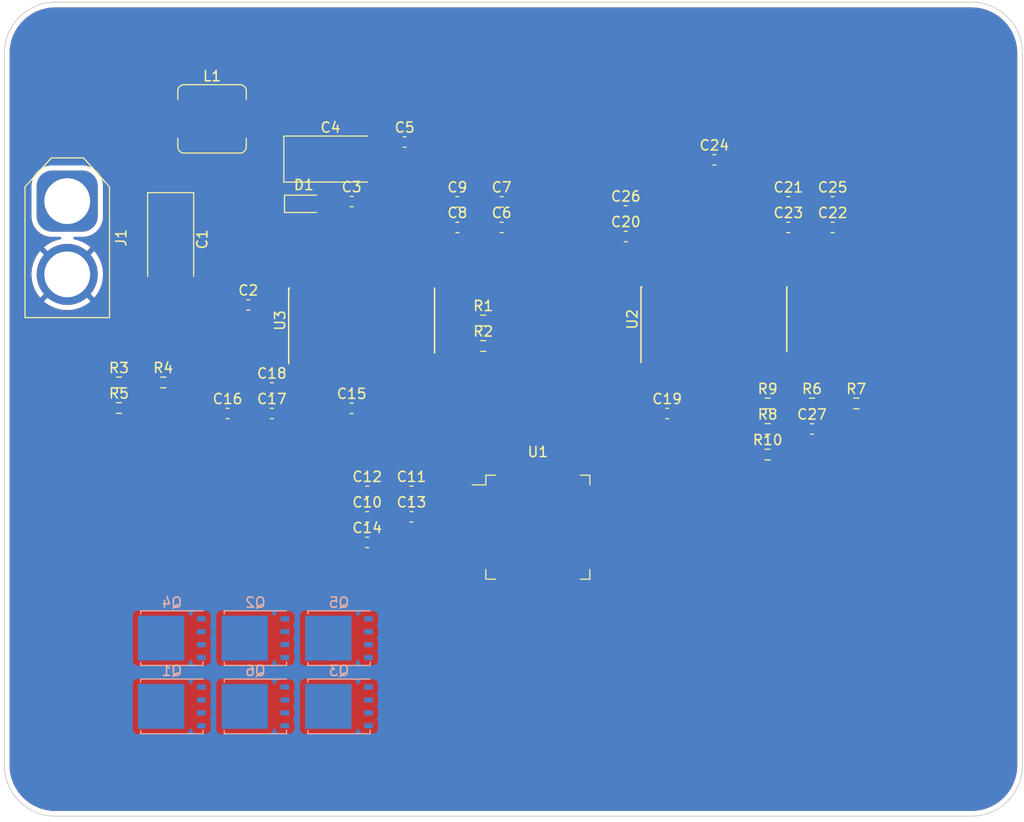
<source format=kicad_pcb>
(kicad_pcb (version 20210424) (generator pcbnew)
  (layers (0 "F.Cu" signal) (31 "B.Cu" signal) (34 "B.Paste" user) (35 "F.Paste" user) (36 "B.SilkS" user "B.Silkscreen") (37 "F.SilkS" user "F.Silkscreen") (38 "B.Mask" user) (39 "F.Mask" user) (44 "Edge.Cuts" user))
  (net 0 "")
  (net 1 "VDD")
  (net 2 "GND")
  (net 3 "Net-(U3-Pad4)")
  (net 4 "Net-(U2-Pad56)")
  (net 5 "Net-(U2-Pad1)")
  (net 6 "Net-(U3-Pad6)")
  (net 7 "Net-(U3-Pad5)")
  (net 8 "/COMP")
  (net 9 "Net-(C19-Pad1)")
  (net 21 "Net-(C19-Pad2)")
  (net 26 "Net-(C24-Pad2)")
  (net 38 "Net-(C25-Pad2)")
  (net 53 "/MOSI")
  (net 68 "/MISO")
  (net 69 "Net-(C26-Pad2)")
  (net 71 "Net-(U2-Pad7)")
  (net 74 "/SCLK")
  (net 75 "Net-(C2-Pad2)")
  (net 76 "Net-(C3-Pad2)")
  (net 77 "Net-(C15-Pad1)")
  (net 79 "Net-(C15-Pad2)")
  (net 80 "Net-(U3-Pad13)")
  (net 81 "Net-(U3-Pad27)")
  (net 89 "Net-(U3-Pad23)")
  (net 90 "/SENSE_REF")
  (net 93 "Net-(U2-Pad4)")
  (net 113 "Net-(U2-Pad6)")
  (net 114 "+3V3")
  (net 116 "Net-(U2-Pad5)")
  (net 125 "Net-(D1-Pad1)")
  (net 126 "Net-(R1-Pad2)")
  (net 150 "Net-(U2-Pad50)")
  (net 153 "Net-(R2-Pad2)")
  (net 154 "/CS0")
  (net 155 "Net-(Q1-Pad1)")
  (net 158 "Net-(Q2-Pad1)")
  (net 161 "Net-(Q3-Pad1)")
  (net 164 "Net-(Q4-Pad1)")
  (net 167 "Net-(Q5-Pad1)")
  (net 170 "Net-(Q6-Pad1)")
  (footprint "Package_SO:HTSSOP-56-1EP_6.1x14mm_P0.5mm_EP3.61x6.35mm" (layer "F.Cu") (at 169.728 81.16 90)
    (fp_text reference "U2" (at 0 -8.05 90) (layer "F.SilkS"))
    (fp_text value "DRV8301DCAR")
    (pad "1" smd rect locked (at -3.75 -6.75 90) (size 1.55 0.3) (layers "F.Cu" "F.Paste" "F.Mask") (net 5 "Net-(U2-Pad1)"))
    (pad "2" smd rect locked (at -3.75 -6.25 90) (size 1.55 0.3) (layers "F.Cu" "F.Paste" "F.Mask"))
    (pad "3" smd rect locked (at -3.75 -5.75 90) (size 1.55 0.3) (layers "F.Cu" "F.Paste" "F.Mask"))
    (pad "4" smd rect locked (at -3.75 -5.25 90) (size 1.55 0.3) (layers "F.Cu" "F.Paste" "F.Mask") (net 93 "Net-(U2-Pad4)"))
    (pad "5" smd rect locked (at -3.75 -4.75 90) (size 1.55 0.3) (layers "F.Cu" "F.Paste" "F.Mask") (net 116 "Net-(U2-Pad5)"))
    (pad "6" smd rect locked (at -3.75 -4.25 90) (size 1.55 0.3) (layers "F.Cu" "F.Paste" "F.Mask") (net 113 "Net-(U2-Pad6)"))
    (pad "7" smd rect locked (at -3.75 -3.75 90) (size 1.55 0.3) (layers "F.Cu" "F.Paste" "F.Mask") (net 71 "Net-(U2-Pad7)"))
    (pad "8" smd rect locked (at -3.75 -3.25 90) (size 1.55 0.3) (layers "F.Cu" "F.Paste" "F.Mask"))
    (pad "9" smd rect locked (at -3.75 -2.75 90) (size 1.55 0.3) (layers "F.Cu" "F.Paste" "F.Mask") (net 53 "/MOSI"))
    (pad "10" smd rect locked (at -3.75 -2.25 90) (size 1.55 0.3) (layers "F.Cu" "F.Paste" "F.Mask") (net 68 "/MISO"))
    (pad "11" smd rect locked (at -3.75 -1.75 90) (size 1.55 0.3) (layers "F.Cu" "F.Paste" "F.Mask") (net 74 "/SCLK"))
    (pad "12" smd rect locked (at -3.75 -1.25 90) (size 1.55 0.3) (layers "F.Cu" "F.Paste" "F.Mask"))
    (pad "13" smd rect locked (at -3.75 -0.75 90) (size 1.55 0.3) (layers "F.Cu" "F.Paste" "F.Mask") (net 26 "Net-(C24-Pad2)"))
    (pad "14" smd rect locked (at -3.75 -0.25 90) (size 1.55 0.3) (layers "F.Cu" "F.Paste" "F.Mask") (net 9 "Net-(C19-Pad1)"))
    (pad "15" smd rect locked (at -3.75 0.25 90) (size 1.55 0.3) (layers "F.Cu" "F.Paste" "F.Mask") (net 21 "Net-(C19-Pad2)"))
    (pad "16" smd rect locked (at -3.75 0.75 90) (size 1.55 0.3) (layers "F.Cu" "F.Paste" "F.Mask"))
    (pad "17" smd rect locked (at -3.75 1.25 90) (size 1.55 0.3) (layers "F.Cu" "F.Paste" "F.Mask"))
    (pad "18" smd rect locked (at -3.75 1.75 90) (size 1.55 0.3) (layers "F.Cu" "F.Paste" "F.Mask"))
    (pad "19" smd rect locked (at -3.75 2.25 90) (size 1.55 0.3) (layers "F.Cu" "F.Paste" "F.Mask"))
    (pad "20" smd rect locked (at -3.75 2.75 90) (size 1.55 0.3) (layers "F.Cu" "F.Paste" "F.Mask"))
    (pad "21" smd rect locked (at -3.75 3.25 90) (size 1.55 0.3) (layers "F.Cu" "F.Paste" "F.Mask"))
    (pad "22" smd rect locked (at -3.75 3.75 90) (size 1.55 0.3) (layers "F.Cu" "F.Paste" "F.Mask"))
    (pad "23" smd rect locked (at -3.75 4.25 90) (size 1.55 0.3) (layers "F.Cu" "F.Paste" "F.Mask") (net 69 "Net-(C26-Pad2)"))
    (pad "24" smd rect locked (at -3.75 4.75 90) (size 1.55 0.3) (layers "F.Cu" "F.Paste" "F.Mask"))
    (pad "25" smd rect locked (at -3.75 5.25 90) (size 1.55 0.3) (layers "F.Cu" "F.Paste" "F.Mask"))
    (pad "26" smd rect locked (at -3.75 5.75 90) (size 1.55 0.3) (layers "F.Cu" "F.Paste" "F.Mask"))
    (pad "27" smd rect locked (at -3.75 6.25 90) (size 1.55 0.3) (layers "F.Cu" "F.Paste" "F.Mask") (net 38 "Net-(C25-Pad2)"))
    (pad "28" smd rect locked (at -3.75 6.75 90) (size 1.55 0.3) (layers "F.Cu" "F.Paste" "F.Mask") (net 2 "GND"))
    (pad "29" smd rect locked (at 3.75 6.75 90) (size 1.55 0.3) (layers "F.Cu" "F.Paste" "F.Mask") (net 1 "VDD"))
    (pad "30" smd rect locked (at 3.75 6.25 90) (size 1.55 0.3) (layers "F.Cu" "F.Paste" "F.Mask"))
    (pad "31" smd rect locked (at 3.75 5.75 90) (size 1.55 0.3) (layers "F.Cu" "F.Paste" "F.Mask"))
    (pad "32" smd rect locked (at 3.75 5.25 90) (size 1.55 0.3) (layers "F.Cu" "F.Paste" "F.Mask"))
    (pad "33" smd rect locked (at 3.75 4.75 90) (size 1.55 0.3) (layers "F.Cu" "F.Paste" "F.Mask"))
    (pad "34" smd rect locked (at 3.75 4.25 90) (size 1.55 0.3) (layers "F.Cu" "F.Paste" "F.Mask"))
    (pad "35" smd rect locked (at 3.75 3.75 90) (size 1.55 0.3) (layers "F.Cu" "F.Paste" "F.Mask"))
    (pad "36" smd rect locked (at 3.75 3.25 90) (size 1.55 0.3) (layers "F.Cu" "F.Paste" "F.Mask"))
    (pad "37" smd rect locked (at 3.75 2.75 90) (size 1.55 0.3) (layers "F.Cu" "F.Paste" "F.Mask"))
    (pad "38" smd rect locked (at 3.75 2.25 90) (size 1.55 0.3) (layers "F.Cu" "F.Paste" "F.Mask"))
    (pad "39" smd rect locked (at 3.75 1.75 90) (size 1.55 0.3) (layers "F.Cu" "F.Paste" "F.Mask"))
    (pad "40" smd rect locked (at 3.75 1.25 90) (size 1.55 0.3) (layers "F.Cu" "F.Paste" "F.Mask"))
    (pad "41" smd rect locked (at 3.75 0.75 90) (size 1.55 0.3) (layers "F.Cu" "F.Paste" "F.Mask"))
    (pad "42" smd rect locked (at 3.75 0.25 90) (size 1.55 0.3) (layers "F.Cu" "F.Paste" "F.Mask"))
    (pad "43" smd rect locked (at 3.75 -0.25 90) (size 1.55 0.3) (layers "F.Cu" "F.Paste" "F.Mask"))
    (pad "44" smd rect locked (at 3.75 -0.75 90) (size 1.55 0.3) (layers "F.Cu" "F.Paste" "F.Mask"))
    (pad "45" smd rect locked (at 3.75 -1.25 90) (size 1.55 0.3) (layers "F.Cu" "F.Paste" "F.Mask"))
    (pad "46" smd rect locked (at 3.75 -1.75 90) (size 1.55 0.3) (layers "F.Cu" "F.Paste" "F.Mask"))
    (pad "47" smd rect locked (at 3.75 -2.25 90) (size 1.55 0.3) (layers "F.Cu" "F.Paste" "F.Mask"))
    (pad "48" smd rect locked (at 3.75 -2.75 90) (size 1.55 0.3) (layers "F.Cu" "F.Paste" "F.Mask"))
    (pad "49" smd rect locked (at 3.75 -3.25 90) (size 1.55 0.3) (layers "F.Cu" "F.Paste" "F.Mask") (net 114 "+3V3"))
    (pad "50" smd rect locked (at 3.75 -3.75 90) (size 1.55 0.3) (layers "F.Cu" "F.Paste" "F.Mask") (net 150 "Net-(U2-Pad50)"))
    (pad "51" smd rect locked (at 3.75 -4.25 90) (size 1.55 0.3) (layers "F.Cu" "F.Paste" "F.Mask") (net 150 "Net-(U2-Pad50)"))
    (pad "52" smd rect locked (at 3.75 -4.75 90) (size 1.55 0.3) (layers "F.Cu" "F.Paste" "F.Mask"))
    (pad "53" smd rect locked (at 3.75 -5.25 90) (size 1.55 0.3) (layers "F.Cu" "F.Paste" "F.Mask") (net 1 "VDD"))
    (pad "54" smd rect locked (at 3.75 -5.75 90) (size 1.55 0.3) (layers "F.Cu" "F.Paste" "F.Mask") (net 1 "VDD"))
    (pad "55" smd rect locked (at 3.75 -6.25 90) (size 1.55 0.3) (layers "F.Cu" "F.Paste" "F.Mask"))
    (pad "56" smd rect locked (at 3.75 -6.75 90) (size 1.55 0.3) (layers "F.Cu" "F.Paste" "F.Mask") (net 4 "Net-(U2-Pad56)"))
    (pad "57" smd rect locked (at 0 0 90) (size 3.61 6.35) (layers "F.Cu" "F.Mask") (net 2 "GND"))
  )
  (footprint "Capacitor_SMD:C_0603_1608Metric_Pad1.08x0.95mm_HandSolder" (layer "F.Cu") (at 134.112 89.916)
    (fp_text reference "C15" (at 0 -1.43) (layer "F.SilkS"))
    (fp_text value "22n")
    (pad "1" smd roundrect locked (at -0.8625 0) (size 1.075 0.95) (layers "F.Cu" "F.Paste" "F.Mask") (net 77 "Net-(C15-Pad1)"))
    (pad "2" smd roundrect locked (at 0.8625 0) (size 1.075 0.95) (layers "F.Cu" "F.Paste" "F.Mask") (net 79 "Net-(C15-Pad2)"))
  )
  (footprint "Capacitor_SMD:C_0603_1608Metric_Pad1.08x0.95mm_HandSolder" (layer "F.Cu") (at 135.636 103.094)
    (fp_text reference "C14" (at 0 -1.43) (layer "F.SilkS"))
    (fp_text value "100n")
    (pad "1" smd roundrect locked (at -0.8625 0) (size 1.075 0.95) (layers "F.Cu" "F.Paste" "F.Mask") (net 2 "GND"))
    (pad "2" smd roundrect locked (at 0.8625 0) (size 1.075 0.95) (layers "F.Cu" "F.Paste" "F.Mask") (net 114 "+3V3"))
  )
  (footprint "Resistor_SMD:R_0603_1608Metric_Pad0.98x0.95mm_HandSolder" (layer "F.Cu") (at 111.252 87.376)
    (fp_text reference "R3" (at 0 -1.43) (layer "F.SilkS"))
    (fp_text value "22k")
    (pad "1" smd roundrect locked (at -0.9125 0) (size 0.975 0.95) (layers "F.Cu" "F.Paste" "F.Mask") (net 3 "Net-(U3-Pad4)"))
    (pad "2" smd roundrect locked (at 0.9125 0) (size 0.975 0.95) (layers "F.Cu" "F.Paste" "F.Mask") (net 114 "+3V3"))
  )
  (footprint "Capacitor_SMD:C_0603_1608Metric_Pad1.08x0.95mm_HandSolder" (layer "F.Cu") (at 135.636 100.584)
    (fp_text reference "C10" (at 0 -1.43) (layer "F.SilkS"))
    (fp_text value "100n")
    (pad "1" smd roundrect locked (at -0.8625 0) (size 1.075 0.95) (layers "F.Cu" "F.Paste" "F.Mask") (net 2 "GND"))
    (pad "2" smd roundrect locked (at 0.8625 0) (size 1.075 0.95) (layers "F.Cu" "F.Paste" "F.Mask") (net 114 "+3V3"))
  )
  (footprint "Capacitor_SMD:C_0603_1608Metric_Pad1.08x0.95mm_HandSolder" (layer "F.Cu") (at 165.1 90.424)
    (fp_text reference "C19" (at 0 -1.43) (layer "F.SilkS"))
    (fp_text value "22n")
    (pad "1" smd roundrect locked (at -0.8625 0) (size 1.075 0.95) (layers "F.Cu" "F.Paste" "F.Mask") (net 9 "Net-(C19-Pad1)"))
    (pad "2" smd roundrect locked (at 0.8625 0) (size 1.075 0.95) (layers "F.Cu" "F.Paste" "F.Mask") (net 21 "Net-(C19-Pad2)"))
  )
  (footprint "Capacitor_SMD:C_0603_1608Metric_Pad1.08x0.95mm_HandSolder" (layer "F.Cu") (at 148.844 72.136)
    (fp_text reference "C6" (at 0 -1.43) (layer "F.SilkS"))
    (fp_text value "4.7u")
    (pad "1" smd roundrect locked (at -0.8625 0) (size 1.075 0.95) (layers "F.Cu" "F.Paste" "F.Mask") (net 2 "GND"))
    (pad "2" smd roundrect locked (at 0.8625 0) (size 1.075 0.95) (layers "F.Cu" "F.Paste" "F.Mask") (net 1 "VDD"))
  )
  (footprint "Package_SO:HTSSOP-56-1EP_6.1x14mm_P0.5mm_EP3.61x6.35mm" (layer "F.Cu") (at 135.128 81.28 90)
    (fp_text reference "U3" (at 0 -8.05 90) (layer "F.SilkS"))
    (fp_text value "DRV8301DCAR")
    (pad "1" smd rect locked (at -3.75 -6.75 90) (size 1.55 0.3) (layers "F.Cu" "F.Paste" "F.Mask") (net 126 "Net-(R1-Pad2)"))
    (pad "2" smd rect locked (at -3.75 -6.25 90) (size 1.55 0.3) (layers "F.Cu" "F.Paste" "F.Mask") (net 8 "/COMP"))
    (pad "3" smd rect locked (at -3.75 -5.75 90) (size 1.55 0.3) (layers "F.Cu" "F.Paste" "F.Mask"))
    (pad "4" smd rect locked (at -3.75 -5.25 90) (size 1.55 0.3) (layers "F.Cu" "F.Paste" "F.Mask") (net 3 "Net-(U3-Pad4)"))
    (pad "5" smd rect locked (at -3.75 -4.75 90) (size 1.55 0.3) (layers "F.Cu" "F.Paste" "F.Mask") (net 7 "Net-(U3-Pad5)"))
    (pad "6" smd rect locked (at -3.75 -4.25 90) (size 1.55 0.3) (layers "F.Cu" "F.Paste" "F.Mask") (net 6 "Net-(U3-Pad6)"))
    (pad "7" smd rect locked (at -3.75 -3.75 90) (size 1.55 0.3) (layers "F.Cu" "F.Paste" "F.Mask") (net 153 "Net-(R2-Pad2)"))
    (pad "8" smd rect locked (at -3.75 -3.25 90) (size 1.55 0.3) (layers "F.Cu" "F.Paste" "F.Mask") (net 154 "/CS0"))
    (pad "9" smd rect locked (at -3.75 -2.75 90) (size 1.55 0.3) (layers "F.Cu" "F.Paste" "F.Mask") (net 53 "/MOSI"))
    (pad "10" smd rect locked (at -3.75 -2.25 90) (size 1.55 0.3) (layers "F.Cu" "F.Paste" "F.Mask") (net 68 "/MISO"))
    (pad "11" smd rect locked (at -3.75 -1.75 90) (size 1.55 0.3) (layers "F.Cu" "F.Paste" "F.Mask") (net 74 "/SCLK"))
    (pad "12" smd rect locked (at -3.75 -1.25 90) (size 1.55 0.3) (layers "F.Cu" "F.Paste" "F.Mask"))
    (pad "13" smd rect locked (at -3.75 -0.75 90) (size 1.55 0.3) (layers "F.Cu" "F.Paste" "F.Mask") (net 80 "Net-(U3-Pad13)"))
    (pad "14" smd rect locked (at -3.75 -0.25 90) (size 1.55 0.3) (layers "F.Cu" "F.Paste" "F.Mask") (net 77 "Net-(C15-Pad1)"))
    (pad "15" smd rect locked (at -3.75 0.25 90) (size 1.55 0.3) (layers "F.Cu" "F.Paste" "F.Mask") (net 79 "Net-(C15-Pad2)"))
    (pad "16" smd rect locked (at -3.75 0.75 90) (size 1.55 0.3) (layers "F.Cu" "F.Paste" "F.Mask"))
    (pad "17" smd rect locked (at -3.75 1.25 90) (size 1.55 0.3) (layers "F.Cu" "F.Paste" "F.Mask"))
    (pad "18" smd rect locked (at -3.75 1.75 90) (size 1.55 0.3) (layers "F.Cu" "F.Paste" "F.Mask"))
    (pad "19" smd rect locked (at -3.75 2.25 90) (size 1.55 0.3) (layers "F.Cu" "F.Paste" "F.Mask"))
    (pad "20" smd rect locked (at -3.75 2.75 90) (size 1.55 0.3) (layers "F.Cu" "F.Paste" "F.Mask"))
    (pad "21" smd rect locked (at -3.75 3.25 90) (size 1.55 0.3) (layers "F.Cu" "F.Paste" "F.Mask"))
    (pad "22" smd rect locked (at -3.75 3.75 90) (size 1.55 0.3) (layers "F.Cu" "F.Paste" "F.Mask"))
    (pad "23" smd rect locked (at -3.75 4.25 90) (size 1.55 0.3) (layers "F.Cu" "F.Paste" "F.Mask") (net 89 "Net-(U3-Pad23)"))
    (pad "24" smd rect locked (at -3.75 4.75 90) (size 1.55 0.3) (layers "F.Cu" "F.Paste" "F.Mask") (net 90 "/SENSE_REF"))
    (pad "25" smd rect locked (at -3.75 5.25 90) (size 1.55 0.3) (layers "F.Cu" "F.Paste" "F.Mask"))
    (pad "26" smd rect locked (at -3.75 5.75 90) (size 1.55 0.3) (layers "F.Cu" "F.Paste" "F.Mask"))
    (pad "27" smd rect locked (at -3.75 6.25 90) (size 1.55 0.3) (layers "F.Cu" "F.Paste" "F.Mask") (net 81 "Net-(U3-Pad27)"))
    (pad "28" smd rect locked (at -3.75 6.75 90) (size 1.55 0.3) (layers "F.Cu" "F.Paste" "F.Mask") (net 2 "GND"))
    (pad "29" smd rect locked (at 3.75 6.75 90) (size 1.55 0.3) (layers "F.Cu" "F.Paste" "F.Mask") (net 1 "VDD"))
    (pad "30" smd rect locked (at 3.75 6.25 90) (size 1.55 0.3) (layers "F.Cu" "F.Paste" "F.Mask"))
    (pad "31" smd rect locked (at 3.75 5.75 90) (size 1.55 0.3) (layers "F.Cu" "F.Paste" "F.Mask"))
    (pad "32" smd rect locked (at 3.75 5.25 90) (size 1.55 0.3) (layers "F.Cu" "F.Paste" "F.Mask"))
    (pad "33" smd rect locked (at 3.75 4.75 90) (size 1.55 0.3) (layers "F.Cu" "F.Paste" "F.Mask"))
    (pad "34" smd rect locked (at 3.75 4.25 90) (size 1.55 0.3) (layers "F.Cu" "F.Paste" "F.Mask"))
    (pad "35" smd rect locked (at 3.75 3.75 90) (size 1.55 0.3) (layers "F.Cu" "F.Paste" "F.Mask"))
    (pad "36" smd rect locked (at 3.75 3.25 90) (size 1.55 0.3) (layers "F.Cu" "F.Paste" "F.Mask"))
    (pad "37" smd rect locked (at 3.75 2.75 90) (size 1.55 0.3) (layers "F.Cu" "F.Paste" "F.Mask"))
    (pad "38" smd rect locked (at 3.75 2.25 90) (size 1.55 0.3) (layers "F.Cu" "F.Paste" "F.Mask"))
    (pad "39" smd rect locked (at 3.75 1.75 90) (size 1.55 0.3) (layers "F.Cu" "F.Paste" "F.Mask"))
    (pad "40" smd rect locked (at 3.75 1.25 90) (size 1.55 0.3) (layers "F.Cu" "F.Paste" "F.Mask"))
    (pad "41" smd rect locked (at 3.75 0.75 90) (size 1.55 0.3) (layers "F.Cu" "F.Paste" "F.Mask"))
    (pad "42" smd rect locked (at 3.75 0.25 90) (size 1.55 0.3) (layers "F.Cu" "F.Paste" "F.Mask"))
    (pad "43" smd rect locked (at 3.75 -0.25 90) (size 1.55 0.3) (layers "F.Cu" "F.Paste" "F.Mask"))
    (pad "44" smd rect locked (at 3.75 -0.75 90) (size 1.55 0.3) (layers "F.Cu" "F.Paste" "F.Mask"))
    (pad "45" smd rect locked (at 3.75 -1.25 90) (size 1.55 0.3) (layers "F.Cu" "F.Paste" "F.Mask"))
    (pad "46" smd rect locked (at 3.75 -1.75 90) (size 1.55 0.3) (layers "F.Cu" "F.Paste" "F.Mask"))
    (pad "47" smd rect locked (at 3.75 -2.25 90) (size 1.55 0.3) (layers "F.Cu" "F.Paste" "F.Mask"))
    (pad "48" smd rect locked (at 3.75 -2.75 90) (size 1.55 0.3) (layers "F.Cu" "F.Paste" "F.Mask"))
    (pad "49" smd rect locked (at 3.75 -3.25 90) (size 1.55 0.3) (layers "F.Cu" "F.Paste" "F.Mask") (net 114 "+3V3"))
    (pad "50" smd rect locked (at 3.75 -3.75 90) (size 1.55 0.3) (layers "F.Cu" "F.Paste" "F.Mask") (net 125 "Net-(D1-Pad1)"))
    (pad "51" smd rect locked (at 3.75 -4.25 90) (size 1.55 0.3) (layers "F.Cu" "F.Paste" "F.Mask") (net 125 "Net-(D1-Pad1)"))
    (pad "52" smd rect locked (at 3.75 -4.75 90) (size 1.55 0.3) (layers "F.Cu" "F.Paste" "F.Mask") (net 76 "Net-(C3-Pad2)"))
    (pad "53" smd rect locked (at 3.75 -5.25 90) (size 1.55 0.3) (layers "F.Cu" "F.Paste" "F.Mask") (net 1 "VDD"))
    (pad "54" smd rect locked (at 3.75 -5.75 90) (size 1.55 0.3) (layers "F.Cu" "F.Paste" "F.Mask") (net 1 "VDD"))
    (pad "55" smd rect locked (at 3.75 -6.25 90) (size 1.55 0.3) (layers "F.Cu" "F.Paste" "F.Mask"))
    (pad "56" smd rect locked (at 3.75 -6.75 90) (size 1.55 0.3) (layers "F.Cu" "F.Paste" "F.Mask") (net 75 "Net-(C2-Pad2)"))
    (pad "57" smd rect locked (at 0 0 90) (size 3.61 6.35) (layers "F.Cu" "F.Mask") (net 2 "GND"))
  )
  (footprint "Resistor_SMD:R_0603_1608Metric_Pad0.98x0.95mm_HandSolder" (layer "F.Cu") (at 174.974 89.438)
    (fp_text reference "R9" (at 0 -1.43) (layer "F.SilkS"))
    (fp_text value "22k")
    (pad "1" smd roundrect locked (at -0.9125 0) (size 0.975 0.95) (layers "F.Cu" "F.Paste" "F.Mask") (net 113 "Net-(U2-Pad6)"))
    (pad "2" smd roundrect locked (at 0.9125 0) (size 0.975 0.95) (layers "F.Cu" "F.Paste" "F.Mask") (net 114 "+3V3"))
  )
  (footprint "Capacitor_Tantalum_SMD:CP_EIA-7343-30_AVX-N_Pad2.25x2.55mm_HandSolder" (layer "F.Cu") (at 116.332 73.304 -90)
    (fp_text reference "C1" (at 0 -3.1 90) (layer "F.SilkS"))
    (fp_text value "100u")
    (pad "1" smd roundrect locked (at -3.2 0 270) (size 2.25 2.55) (layers "F.Cu" "F.Paste" "F.Mask") (roundrect_rratio 0.111111) (net 1 "VDD"))
    (pad "2" smd roundrect locked (at 3.2 0 270) (size 2.25 2.55) (layers "F.Cu" "F.Paste" "F.Mask") (roundrect_rratio 0.111111) (net 2 "GND"))
  )
  (footprint "Capacitor_SMD:C_0603_1608Metric_Pad1.08x0.95mm_HandSolder" (layer "F.Cu") (at 121.92 90.424)
    (fp_text reference "C16" (at 0 -1.43) (layer "F.SilkS"))
    (fp_text value "2.2u")
    (pad "1" smd roundrect locked (at -0.8625 0) (size 1.075 0.95) (layers "F.Cu" "F.Paste" "F.Mask") (net 2 "GND"))
    (pad "2" smd roundrect locked (at 0.8625 0) (size 1.075 0.95) (layers "F.Cu" "F.Paste" "F.Mask") (net 80 "Net-(U3-Pad13)"))
  )
  (footprint "Resistor_SMD:R_0603_1608Metric_Pad0.98x0.95mm_HandSolder" (layer "F.Cu") (at 183.674 89.438)
    (fp_text reference "R7" (at 0 -1.43) (layer "F.SilkS"))
    (fp_text value "10")
    (pad "1" smd roundrect locked (at -0.9125 0) (size 0.975 0.95) (layers "F.Cu" "F.Paste" "F.Mask") (net 2 "GND"))
    (pad "2" smd roundrect locked (at 0.9125 0) (size 0.975 0.95) (layers "F.Cu" "F.Paste" "F.Mask") (net 71 "Net-(U2-Pad7)"))
  )
  (footprint "Resistor_SMD:R_0603_1608Metric_Pad0.98x0.95mm_HandSolder" (layer "F.Cu") (at 147.034 83.79)
    (fp_text reference "R2" (at 0 -1.43) (layer "F.SilkS"))
    (fp_text value "10")
    (pad "1" smd roundrect locked (at -0.9125 0) (size 0.975 0.95) (layers "F.Cu" "F.Paste" "F.Mask") (net 2 "GND"))
    (pad "2" smd roundrect locked (at 0.9125 0) (size 0.975 0.95) (layers "F.Cu" "F.Paste" "F.Mask") (net 153 "Net-(R2-Pad2)"))
  )
  (footprint "Capacitor_SMD:C_0603_1608Metric_Pad1.08x0.95mm_HandSolder" (layer "F.Cu") (at 169.736 65.498)
    (fp_text reference "C24" (at 0 -1.43) (layer "F.SilkS"))
    (fp_text value "2.2u")
    (pad "1" smd roundrect locked (at -0.8625 0) (size 1.075 0.95) (layers "F.Cu" "F.Paste" "F.Mask") (net 2 "GND"))
    (pad "2" smd roundrect locked (at 0.8625 0) (size 1.075 0.95) (layers "F.Cu" "F.Paste" "F.Mask") (net 26 "Net-(C24-Pad2)"))
  )
  (footprint "Resistor_SMD:R_0603_1608Metric_Pad0.98x0.95mm_HandSolder" (layer "F.Cu") (at 111.252 89.886)
    (fp_text reference "R5" (at 0 -1.43) (layer "F.SilkS"))
    (fp_text value "22k")
    (pad "1" smd roundrect locked (at -0.9125 0) (size 0.975 0.95) (layers "F.Cu" "F.Paste" "F.Mask") (net 7 "Net-(U3-Pad5)"))
    (pad "2" smd roundrect locked (at 0.9125 0) (size 0.975 0.95) (layers "F.Cu" "F.Paste" "F.Mask") (net 114 "+3V3"))
  )
  (footprint "Resistor_SMD:R_0603_1608Metric_Pad0.98x0.95mm_HandSolder" (layer "F.Cu") (at 147.034 81.28)
    (fp_text reference "R1" (at 0 -1.43) (layer "F.SilkS"))
    (fp_text value "200k")
    (pad "1" smd roundrect locked (at -0.9125 0) (size 0.975 0.95) (layers "F.Cu" "F.Paste" "F.Mask") (net 2 "GND"))
    (pad "2" smd roundrect locked (at 0.9125 0) (size 0.975 0.95) (layers "F.Cu" "F.Paste" "F.Mask") (net 126 "Net-(R1-Pad2)"))
  )
  (footprint "Capacitor_SMD:C_0603_1608Metric_Pad1.08x0.95mm_HandSolder" (layer "F.Cu") (at 139.986 98.074)
    (fp_text reference "C11" (at 0 -1.43) (layer "F.SilkS"))
    (fp_text value "100n")
    (pad "1" smd roundrect locked (at -0.8625 0) (size 1.075 0.95) (layers "F.Cu" "F.Paste" "F.Mask") (net 2 "GND"))
    (pad "2" smd roundrect locked (at 0.8625 0) (size 1.075 0.95) (layers "F.Cu" "F.Paste" "F.Mask") (net 114 "+3V3"))
  )
  (footprint "Capacitor_SMD:C_0603_1608Metric_Pad1.08x0.95mm_HandSolder" (layer "F.Cu") (at 144.494 72.136)
    (fp_text reference "C8" (at 0 -1.43) (layer "F.SilkS"))
    (fp_text value "4.7u")
    (pad "1" smd roundrect locked (at -0.8625 0) (size 1.075 0.95) (layers "F.Cu" "F.Paste" "F.Mask") (net 2 "GND"))
    (pad "2" smd roundrect locked (at 0.8625 0) (size 1.075 0.95) (layers "F.Cu" "F.Paste" "F.Mask") (net 1 "VDD"))
  )
  (footprint "Package_QFP:LQFP-64_10x10mm_P0.5mm" (layer "F.Cu") (at 152.4 101.6)
    (fp_text reference "U1" (at 0 -7.4) (layer "F.SilkS"))
    (fp_text value "STM32F334R8Tx")
    (pad "1" smd roundrect locked (at -5.675 -3.75) (size 1.55 0.3) (layers "F.Cu" "F.Paste" "F.Mask"))
    (pad "2" smd roundrect locked (at -5.675 -3.25) (size 1.55 0.3) (layers "F.Cu" "F.Paste" "F.Mask"))
    (pad "3" smd roundrect locked (at -5.675 -2.75) (size 1.55 0.3) (layers "F.Cu" "F.Paste" "F.Mask"))
    (pad "4" smd roundrect locked (at -5.675 -2.25) (size 1.55 0.3) (layers "F.Cu" "F.Paste" "F.Mask"))
    (pad "5" smd roundrect locked (at -5.675 -1.75) (size 1.55 0.3) (layers "F.Cu" "F.Paste" "F.Mask"))
    (pad "6" smd roundrect locked (at -5.675 -1.25) (size 1.55 0.3) (layers "F.Cu" "F.Paste" "F.Mask"))
    (pad "7" smd roundrect locked (at -5.675 -0.75) (size 1.55 0.3) (layers "F.Cu" "F.Paste" "F.Mask"))
    (pad "8" smd roundrect locked (at -5.675 -0.25) (size 1.55 0.3) (layers "F.Cu" "F.Paste" "F.Mask"))
    (pad "9" smd roundrect locked (at -5.675 0.25) (size 1.55 0.3) (layers "F.Cu" "F.Paste" "F.Mask"))
    (pad "10" smd roundrect locked (at -5.675 0.75) (size 1.55 0.3) (layers "F.Cu" "F.Paste" "F.Mask"))
    (pad "11" smd roundrect locked (at -5.675 1.25) (size 1.55 0.3) (layers "F.Cu" "F.Paste" "F.Mask"))
    (pad "12" smd roundrect locked (at -5.675 1.75) (size 1.55 0.3) (layers "F.Cu" "F.Paste" "F.Mask") (net 2 "GND"))
    (pad "13" smd roundrect locked (at -5.675 2.25) (size 1.55 0.3) (layers "F.Cu" "F.Paste" "F.Mask") (net 114 "+3V3"))
    (pad "14" smd roundrect locked (at -5.675 2.75) (size 1.55 0.3) (layers "F.Cu" "F.Paste" "F.Mask"))
    (pad "15" smd roundrect locked (at -5.675 3.25) (size 1.55 0.3) (layers "F.Cu" "F.Paste" "F.Mask"))
    (pad "16" smd roundrect locked (at -5.675 3.75) (size 1.55 0.3) (layers "F.Cu" "F.Paste" "F.Mask"))
    (pad "17" smd roundrect locked (at -3.75 5.675) (size 0.3 1.55) (layers "F.Cu" "F.Paste" "F.Mask"))
    (pad "18" smd roundrect locked (at -3.25 5.675) (size 0.3 1.55) (layers "F.Cu" "F.Paste" "F.Mask") (net 2 "GND"))
    (pad "19" smd roundrect locked (at -2.75 5.675) (size 0.3 1.55) (layers "F.Cu" "F.Paste" "F.Mask") (net 114 "+3V3"))
    (pad "20" smd roundrect locked (at -2.25 5.675) (size 0.3 1.55) (layers "F.Cu" "F.Paste" "F.Mask"))
    (pad "21" smd roundrect locked (at -1.75 5.675) (size 0.3 1.55) (layers "F.Cu" "F.Paste" "F.Mask"))
    (pad "22" smd roundrect locked (at -1.25 5.675) (size 0.3 1.55) (layers "F.Cu" "F.Paste" "F.Mask"))
    (pad "23" smd roundrect locked (at -0.75 5.675) (size 0.3 1.55) (layers "F.Cu" "F.Paste" "F.Mask"))
    (pad "24" smd roundrect locked (at -0.25 5.675) (size 0.3 1.55) (layers "F.Cu" "F.Paste" "F.Mask"))
    (pad "25" smd roundrect locked (at 0.25 5.675) (size 0.3 1.55) (layers "F.Cu" "F.Paste" "F.Mask"))
    (pad "26" smd roundrect locked (at 0.75 5.675) (size 0.3 1.55) (layers "F.Cu" "F.Paste" "F.Mask"))
    (pad "27" smd roundrect locked (at 1.25 5.675) (size 0.3 1.55) (layers "F.Cu" "F.Paste" "F.Mask"))
    (pad "28" smd roundrect locked (at 1.75 5.675) (size 0.3 1.55) (layers "F.Cu" "F.Paste" "F.Mask"))
    (pad "29" smd roundrect locked (at 2.25 5.675) (size 0.3 1.55) (layers "F.Cu" "F.Paste" "F.Mask"))
    (pad "30" smd roundrect locked (at 2.75 5.675) (size 0.3 1.55) (layers "F.Cu" "F.Paste" "F.Mask"))
    (pad "31" smd roundrect locked (at 3.25 5.675) (size 0.3 1.55) (layers "F.Cu" "F.Paste" "F.Mask") (net 2 "GND"))
    (pad "32" smd roundrect locked (at 3.75 5.675) (size 0.3 1.55) (layers "F.Cu" "F.Paste" "F.Mask") (net 114 "+3V3"))
    (pad "33" smd roundrect locked (at 5.675 3.75) (size 1.55 0.3) (layers "F.Cu" "F.Paste" "F.Mask"))
    (pad "34" smd roundrect locked (at 5.675 3.25) (size 1.55 0.3) (layers "F.Cu" "F.Paste" "F.Mask"))
    (pad "35" smd roundrect locked (at 5.675 2.75) (size 1.55 0.3) (layers "F.Cu" "F.Paste" "F.Mask"))
    (pad "36" smd roundrect locked (at 5.675 2.25) (size 1.55 0.3) (layers "F.Cu" "F.Paste" "F.Mask"))
    (pad "37" smd roundrect locked (at 5.675 1.75) (size 1.55 0.3) (layers "F.Cu" "F.Paste" "F.Mask"))
    (pad "38" smd roundrect locked (at 5.675 1.25) (size 1.55 0.3) (layers "F.Cu" "F.Paste" "F.Mask"))
    (pad "39" smd roundrect locked (at 5.675 0.75) (size 1.55 0.3) (layers "F.Cu" "F.Paste" "F.Mask"))
    (pad "40" smd roundrect locked (at 5.675 0.25) (size 1.55 0.3) (layers "F.Cu" "F.Paste" "F.Mask"))
    (pad "41" smd roundrect locked (at 5.675 -0.25) (size 1.55 0.3) (layers "F.Cu" "F.Paste" "F.Mask"))
    (pad "42" smd roundrect locked (at 5.675 -0.75) (size 1.55 0.3) (layers "F.Cu" "F.Paste" "F.Mask"))
    (pad "43" smd roundrect locked (at 5.675 -1.25) (size 1.55 0.3) (layers "F.Cu" "F.Paste" "F.Mask"))
    (pad "44" smd roundrect locked (at 5.675 -1.75) (size 1.55 0.3) (layers "F.Cu" "F.Paste" "F.Mask"))
    (pad "45" smd roundrect locked (at 5.675 -2.25) (size 1.55 0.3) (layers "F.Cu" "F.Paste" "F.Mask"))
    (pad "46" smd roundrect locked (at 5.675 -2.75) (size 1.55 0.3) (layers "F.Cu" "F.Paste" "F.Mask"))
    (pad "47" smd roundrect locked (at 5.675 -3.25) (size 1.55 0.3) (layers "F.Cu" "F.Paste" "F.Mask") (net 2 "GND"))
    (pad "48" smd roundrect locked (at 5.675 -3.75) (size 1.55 0.3) (layers "F.Cu" "F.Paste" "F.Mask") (net 114 "+3V3"))
    (pad "49" smd roundrect locked (at 3.75 -5.675) (size 0.3 1.55) (layers "F.Cu" "F.Paste" "F.Mask"))
    (pad "50" smd roundrect locked (at 3.25 -5.675) (size 0.3 1.55) (layers "F.Cu" "F.Paste" "F.Mask"))
    (pad "51" smd roundrect locked (at 2.75 -5.675) (size 0.3 1.55) (layers "F.Cu" "F.Paste" "F.Mask"))
    (pad "52" smd roundrect locked (at 2.25 -5.675) (size 0.3 1.55) (layers "F.Cu" "F.Paste" "F.Mask"))
    (pad "53" smd roundrect locked (at 1.75 -5.675) (size 0.3 1.55) (layers "F.Cu" "F.Paste" "F.Mask"))
    (pad "54" smd roundrect locked (at 1.25 -5.675) (size 0.3 1.55) (layers "F.Cu" "F.Paste" "F.Mask"))
    (pad "55" smd roundrect locked (at 0.75 -5.675) (size 0.3 1.55) (layers "F.Cu" "F.Paste" "F.Mask"))
    (pad "56" smd roundrect locked (at 0.25 -5.675) (size 0.3 1.55) (layers "F.Cu" "F.Paste" "F.Mask"))
    (pad "57" smd roundrect locked (at -0.25 -5.675) (size 0.3 1.55) (layers "F.Cu" "F.Paste" "F.Mask"))
    (pad "58" smd roundrect locked (at -0.75 -5.675) (size 0.3 1.55) (layers "F.Cu" "F.Paste" "F.Mask"))
    (pad "59" smd roundrect locked (at -1.25 -5.675) (size 0.3 1.55) (layers "F.Cu" "F.Paste" "F.Mask"))
    (pad "60" smd roundrect locked (at -1.75 -5.675) (size 0.3 1.55) (layers "F.Cu" "F.Paste" "F.Mask"))
    (pad "61" smd roundrect locked (at -2.25 -5.675) (size 0.3 1.55) (layers "F.Cu" "F.Paste" "F.Mask"))
    (pad "62" smd roundrect locked (at -2.75 -5.675) (size 0.3 1.55) (layers "F.Cu" "F.Paste" "F.Mask"))
    (pad "63" smd roundrect locked (at -3.25 -5.675) (size 0.3 1.55) (layers "F.Cu" "F.Paste" "F.Mask") (net 2 "GND"))
    (pad "64" smd roundrect locked (at -3.75 -5.675) (size 0.3 1.55) (layers "F.Cu" "F.Paste" "F.Mask") (net 114 "+3V3"))
  )
  (footprint "Diode_SMD:D_SOD-323_HandSoldering" (layer "F.Cu") (at 129.412 69.816)
    (fp_text reference "D1" (at 0 -1.85) (layer "F.SilkS"))
    (fp_text value "D_S")
    (pad "1" smd rect locked (at -1.25 0) (size 1 1) (layers "F.Cu" "F.Paste" "F.Mask") (net 125 "Net-(D1-Pad1)"))
    (pad "2" smd rect locked (at 1.25 0) (size 1 1) (layers "F.Cu" "F.Paste" "F.Mask") (net 2 "GND"))
  )
  (footprint "Capacitor_SMD:C_0603_1608Metric_Pad1.08x0.95mm_HandSolder" (layer "F.Cu") (at 139.986 100.584)
    (fp_text reference "C13" (at 0 -1.43) (layer "F.SilkS"))
    (fp_text value "100n")
    (pad "1" smd roundrect locked (at -0.8625 0) (size 1.075 0.95) (layers "F.Cu" "F.Paste" "F.Mask") (net 2 "GND"))
    (pad "2" smd roundrect locked (at 0.8625 0) (size 1.075 0.95) (layers "F.Cu" "F.Paste" "F.Mask") (net 114 "+3V3"))
  )
  (footprint "Capacitor_SMD:C_0603_1608Metric_Pad1.08x0.95mm_HandSolder" (layer "F.Cu") (at 161.036 70.518)
    (fp_text reference "C26" (at 0 -1.43) (layer "F.SilkS"))
    (fp_text value "1u")
    (pad "1" smd roundrect locked (at -0.8625 0) (size 1.075 0.95) (layers "F.Cu" "F.Paste" "F.Mask") (net 2 "GND"))
    (pad "2" smd roundrect locked (at 0.8625 0) (size 1.075 0.95) (layers "F.Cu" "F.Paste" "F.Mask") (net 69 "Net-(C26-Pad2)"))
  )
  (footprint "Capacitor_SMD:C_0603_1608Metric_Pad1.08x0.95mm_HandSolder" (layer "F.Cu") (at 144.494 69.626)
    (fp_text reference "C9" (at 0 -1.43) (layer "F.SilkS"))
    (fp_text value "100n")
    (pad "1" smd roundrect locked (at -0.8625 0) (size 1.075 0.95) (layers "F.Cu" "F.Paste" "F.Mask") (net 2 "GND"))
    (pad "2" smd roundrect locked (at 0.8625 0) (size 1.075 0.95) (layers "F.Cu" "F.Paste" "F.Mask") (net 1 "VDD"))
  )
  (footprint "Capacitor_Tantalum_SMD:CP_EIA-7343-30_AVX-N_Pad2.25x2.55mm_HandSolder" (layer "F.Cu") (at 132.032 65.416)
    (fp_text reference "C4" (at 0 -3.1) (layer "F.SilkS"))
    (fp_text value "47u")
    (pad "1" smd roundrect locked (at -3.2 0) (size 2.25 2.55) (layers "F.Cu" "F.Paste" "F.Mask") (roundrect_rratio 0.111111) (net 114 "+3V3"))
    (pad "2" smd roundrect locked (at 3.2 0) (size 2.25 2.55) (layers "F.Cu" "F.Paste" "F.Mask") (roundrect_rratio 0.111111) (net 2 "GND"))
  )
  (footprint "Capacitor_SMD:C_0603_1608Metric_Pad1.08x0.95mm_HandSolder" (layer "F.Cu") (at 135.636 98.074)
    (fp_text reference "C12" (at 0 -1.43) (layer "F.SilkS"))
    (fp_text value "100n")
    (pad "1" smd roundrect locked (at -0.8625 0) (size 1.075 0.95) (layers "F.Cu" "F.Paste" "F.Mask") (net 2 "GND"))
    (pad "2" smd roundrect locked (at 0.8625 0) (size 1.075 0.95) (layers "F.Cu" "F.Paste" "F.Mask") (net 114 "+3V3"))
  )
  (footprint "Capacitor_SMD:C_0603_1608Metric_Pad1.08x0.95mm_HandSolder" (layer "F.Cu") (at 181.356 72.136)
    (fp_text reference "C22" (at 0 -1.43) (layer "F.SilkS"))
    (fp_text value "4.7u")
    (pad "1" smd roundrect locked (at -0.8625 0) (size 1.075 0.95) (layers "F.Cu" "F.Paste" "F.Mask") (net 2 "GND"))
    (pad "2" smd roundrect locked (at 0.8625 0) (size 1.075 0.95) (layers "F.Cu" "F.Paste" "F.Mask") (net 1 "VDD"))
  )
  (footprint "Capacitor_SMD:C_0603_1608Metric_Pad1.08x0.95mm_HandSolder" (layer "F.Cu") (at 181.356 69.626)
    (fp_text reference "C25" (at 0 -1.43) (layer "F.SilkS"))
    (fp_text value "1u")
    (pad "1" smd roundrect locked (at -0.8625 0) (size 1.075 0.95) (layers "F.Cu" "F.Paste" "F.Mask") (net 2 "GND"))
    (pad "2" smd roundrect locked (at 0.8625 0) (size 1.075 0.95) (layers "F.Cu" "F.Paste" "F.Mask") (net 38 "Net-(C25-Pad2)"))
  )
  (footprint "Inductor_SMD:L_Sumida_CDMC6D28_7.25x6.5mm" (layer "F.Cu") (at 120.396 61.468)
    (fp_text reference "L1" (at 0 -4.2) (layer "F.SilkS"))
    (fp_text value "22u")
    (pad "1" smd rect locked (at -2.85 0) (size 2 3.4) (layers "F.Cu" "F.Paste" "F.Mask") (net 125 "Net-(D1-Pad1)"))
    (pad "2" smd rect locked (at 2.85 0) (size 2 3.4) (layers "F.Cu" "F.Paste" "F.Mask") (net 114 "+3V3"))
  )
  (footprint "Capacitor_SMD:C_0603_1608Metric_Pad1.08x0.95mm_HandSolder" (layer "F.Cu") (at 139.312 63.746)
    (fp_text reference "C5" (at 0 -1.43) (layer "F.SilkS"))
    (fp_text value "100n")
    (pad "1" smd roundrect locked (at -0.8625 0) (size 1.075 0.95) (layers "F.Cu" "F.Paste" "F.Mask") (net 2 "GND"))
    (pad "2" smd roundrect locked (at 0.8625 0) (size 1.075 0.95) (layers "F.Cu" "F.Paste" "F.Mask") (net 114 "+3V3"))
  )
  (footprint "Capacitor_SMD:C_0603_1608Metric_Pad1.08x0.95mm_HandSolder" (layer "F.Cu") (at 134.112 69.596)
    (fp_text reference "C3" (at 0 -1.43) (layer "F.SilkS"))
    (fp_text value "100n")
    (pad "1" smd roundrect locked (at -0.8625 0) (size 1.075 0.95) (layers "F.Cu" "F.Paste" "F.Mask") (net 114 "+3V3"))
    (pad "2" smd roundrect locked (at 0.8625 0) (size 1.075 0.95) (layers "F.Cu" "F.Paste" "F.Mask") (net 76 "Net-(C3-Pad2)"))
  )
  (footprint "Resistor_SMD:R_0603_1608Metric_Pad0.98x0.95mm_HandSolder" (layer "F.Cu") (at 174.974 94.458)
    (fp_text reference "R10" (at 0 -1.43) (layer "F.SilkS"))
    (fp_text value "22k")
    (pad "1" smd roundrect locked (at -0.9125 0) (size 0.975 0.95) (layers "F.Cu" "F.Paste" "F.Mask") (net 116 "Net-(U2-Pad5)"))
    (pad "2" smd roundrect locked (at 0.9125 0) (size 0.975 0.95) (layers "F.Cu" "F.Paste" "F.Mask") (net 114 "+3V3"))
  )
  (footprint "Capacitor_SMD:C_0603_1608Metric_Pad1.08x0.95mm_HandSolder" (layer "F.Cu") (at 161.036 73.028)
    (fp_text reference "C20" (at 0 -1.43) (layer "F.SilkS"))
    (fp_text value "4.7u")
    (pad "1" smd roundrect locked (at -0.8625 0) (size 1.075 0.95) (layers "F.Cu" "F.Paste" "F.Mask") (net 2 "GND"))
    (pad "2" smd roundrect locked (at 0.8625 0) (size 1.075 0.95) (layers "F.Cu" "F.Paste" "F.Mask") (net 1 "VDD"))
  )
  (footprint "Capacitor_SMD:C_0603_1608Metric_Pad1.08x0.95mm_HandSolder" (layer "F.Cu") (at 126.27 87.914)
    (fp_text reference "C18" (at 0 -1.43) (layer "F.SilkS"))
    (fp_text value "1u")
    (pad "1" smd roundrect locked (at -0.8625 0) (size 1.075 0.95) (layers "F.Cu" "F.Paste" "F.Mask") (net 2 "GND"))
    (pad "2" smd roundrect locked (at 0.8625 0) (size 1.075 0.95) (layers "F.Cu" "F.Paste" "F.Mask") (net 89 "Net-(U3-Pad23)"))
  )
  (footprint "Resistor_SMD:R_0603_1608Metric_Pad0.98x0.95mm_HandSolder" (layer "F.Cu") (at 115.602 87.376)
    (fp_text reference "R4" (at 0 -1.43) (layer "F.SilkS"))
    (fp_text value "22k")
    (pad "1" smd roundrect locked (at -0.9125 0) (size 0.975 0.95) (layers "F.Cu" "F.Paste" "F.Mask") (net 6 "Net-(U3-Pad6)"))
    (pad "2" smd roundrect locked (at 0.9125 0) (size 0.975 0.95) (layers "F.Cu" "F.Paste" "F.Mask") (net 114 "+3V3"))
  )
  (footprint "Capacitor_SMD:C_0603_1608Metric_Pad1.08x0.95mm_HandSolder" (layer "F.Cu") (at 177.006 72.136)
    (fp_text reference "C23" (at 0 -1.43) (layer "F.SilkS"))
    (fp_text value "100n")
    (pad "1" smd roundrect locked (at -0.8625 0) (size 1.075 0.95) (layers "F.Cu" "F.Paste" "F.Mask") (net 2 "GND"))
    (pad "2" smd roundrect locked (at 0.8625 0) (size 1.075 0.95) (layers "F.Cu" "F.Paste" "F.Mask") (net 1 "VDD"))
  )
  (footprint "Capacitor_SMD:C_0603_1608Metric_Pad1.08x0.95mm_HandSolder" (layer "F.Cu") (at 123.952 79.756)
    (fp_text reference "C2" (at 0 -1.43) (layer "F.SilkS"))
    (fp_text value "15n")
    (pad "1" smd roundrect locked (at -0.8625 0) (size 1.075 0.95) (layers "F.Cu" "F.Paste" "F.Mask") (net 2 "GND"))
    (pad "2" smd roundrect locked (at 0.8625 0) (size 1.075 0.95) (layers "F.Cu" "F.Paste" "F.Mask") (net 75 "Net-(C2-Pad2)"))
  )
  (footprint "Capacitor_SMD:C_0603_1608Metric_Pad1.08x0.95mm_HandSolder" (layer "F.Cu") (at 179.324 91.948)
    (fp_text reference "C27" (at 0 -1.43) (layer "F.SilkS"))
    (fp_text value "15n")
    (pad "1" smd roundrect locked (at -0.8625 0) (size 1.075 0.95) (layers "F.Cu" "F.Paste" "F.Mask") (net 2 "GND"))
    (pad "2" smd roundrect locked (at 0.8625 0) (size 1.075 0.95) (layers "F.Cu" "F.Paste" "F.Mask") (net 4 "Net-(U2-Pad56)"))
  )
  (footprint "Capacitor_SMD:C_0603_1608Metric_Pad1.08x0.95mm_HandSolder" (layer "F.Cu") (at 148.844 69.626)
    (fp_text reference "C7" (at 0 -1.43) (layer "F.SilkS"))
    (fp_text value "100n")
    (pad "1" smd roundrect locked (at -0.8625 0) (size 1.075 0.95) (layers "F.Cu" "F.Paste" "F.Mask") (net 2 "GND"))
    (pad "2" smd roundrect locked (at 0.8625 0) (size 1.075 0.95) (layers "F.Cu" "F.Paste" "F.Mask") (net 1 "VDD"))
  )
  (footprint "Connector_AMASS:AMASS_XT60-M_1x02_P7.20mm_Vertical" (layer "F.Cu") (at 106.172 69.552 -90)
    (fp_text reference "J1" (at 3.6 -5.3 90) (layer "F.SilkS"))
    (fp_text value "PWR")
    (pad "1" thru_hole roundrect locked (at 0 0 270) (size 6 6) (drill 4.5) (layers *.Cu *.Mask) (net 1 "VDD"))
    (pad "2" thru_hole circle locked (at 7.2 0 270) (size 6 6) (drill 4.5) (layers *.Cu *.Mask) (net 2 "GND"))
  )
  (footprint "Resistor_SMD:R_0603_1608Metric_Pad0.98x0.95mm_HandSolder" (layer "F.Cu") (at 179.324 89.438)
    (fp_text reference "R6" (at 0 -1.43) (layer "F.SilkS"))
    (fp_text value "200k")
    (pad "1" smd roundrect locked (at -0.9125 0) (size 0.975 0.95) (layers "F.Cu" "F.Paste" "F.Mask") (net 2 "GND"))
    (pad "2" smd roundrect locked (at 0.9125 0) (size 0.975 0.95) (layers "F.Cu" "F.Paste" "F.Mask") (net 5 "Net-(U2-Pad1)"))
  )
  (footprint "Capacitor_SMD:C_0603_1608Metric_Pad1.08x0.95mm_HandSolder" (layer "F.Cu") (at 177.006 69.626)
    (fp_text reference "C21" (at 0 -1.43) (layer "F.SilkS"))
    (fp_text value "100n")
    (pad "1" smd roundrect locked (at -0.8625 0) (size 1.075 0.95) (layers "F.Cu" "F.Paste" "F.Mask") (net 2 "GND"))
    (pad "2" smd roundrect locked (at 0.8625 0) (size 1.075 0.95) (layers "F.Cu" "F.Paste" "F.Mask") (net 1 "VDD"))
  )
  (footprint "Resistor_SMD:R_0603_1608Metric_Pad0.98x0.95mm_HandSolder" (layer "F.Cu") (at 174.974 91.948)
    (fp_text reference "R8" (at 0 -1.43) (layer "F.SilkS"))
    (fp_text value "22k")
    (pad "1" smd roundrect locked (at -0.9125 0) (size 0.975 0.95) (layers "F.Cu" "F.Paste" "F.Mask") (net 93 "Net-(U2-Pad4)"))
    (pad "2" smd roundrect locked (at 0.9125 0) (size 0.975 0.95) (layers "F.Cu" "F.Paste" "F.Mask") (net 114 "+3V3"))
  )
  (footprint "Capacitor_SMD:C_0603_1608Metric_Pad1.08x0.95mm_HandSolder" (layer "F.Cu") (at 126.27 90.424)
    (fp_text reference "C17" (at 0 -1.43) (layer "F.SilkS"))
    (fp_text value "1u")
    (pad "1" smd roundrect locked (at -0.8625 0) (size 1.075 0.95) (layers "F.Cu" "F.Paste" "F.Mask") (net 2 "GND"))
    (pad "2" smd roundrect locked (at 0.8625 0) (size 1.075 0.95) (layers "F.Cu" "F.Paste" "F.Mask") (net 81 "Net-(U3-Pad27)"))
  )
  (footprint "Package_TO_SOT_SMD:TDSON-8-1" (layer "B.Cu") (at 116.446 119.214 180)
    (fp_text reference "Q1" (at 0 3.5) (layer "B.SilkS") (effects (justify mirror)))
    (fp_text value "BSC061N08NS5")
    (pad "1" smd rect locked (at -2.9 1.905 180) (size 0.85 0.5) (layers "B.Cu" "B.Paste" "B.Mask") (net 155 "Net-(Q1-Pad1)"))
    (pad "2" smd rect locked (at -2.9 0.635 180) (size 0.85 0.5) (layers "B.Cu" "B.Paste" "B.Mask") (net 155 "Net-(Q1-Pad1)"))
    (pad "3" smd rect locked (at -2.9 -0.635 180) (size 0.85 0.5) (layers "B.Cu" "B.Paste" "B.Mask") (net 155 "Net-(Q1-Pad1)"))
    (pad "4" smd rect locked (at -2.9 -1.905 180) (size 0.85 0.5) (layers "B.Cu" "B.Paste" "B.Mask"))
    (pad "5" smd rect locked (at 1.05 0 180) (size 4.55 4.41) (layers "B.Cu"))
  )
  (footprint "Package_TO_SOT_SMD:TDSON-8-1" (layer "B.Cu") (at 116.446 112.504 180)
    (fp_text reference "Q4" (at 0 3.5) (layer "B.SilkS") (effects (justify mirror)))
    (fp_text value "BSC061N08NS5")
    (pad "1" smd rect locked (at -2.9 1.905 180) (size 0.85 0.5) (layers "B.Cu" "B.Paste" "B.Mask") (net 164 "Net-(Q4-Pad1)"))
    (pad "2" smd rect locked (at -2.9 0.635 180) (size 0.85 0.5) (layers "B.Cu" "B.Paste" "B.Mask") (net 164 "Net-(Q4-Pad1)"))
    (pad "3" smd rect locked (at -2.9 -0.635 180) (size 0.85 0.5) (layers "B.Cu" "B.Paste" "B.Mask") (net 164 "Net-(Q4-Pad1)"))
    (pad "4" smd rect locked (at -2.9 -1.905 180) (size 0.85 0.5) (layers "B.Cu" "B.Paste" "B.Mask"))
    (pad "5" smd rect locked (at 1.05 0 180) (size 4.55 4.41) (layers "B.Cu"))
  )
  (footprint "Package_TO_SOT_SMD:TDSON-8-1" (layer "B.Cu") (at 132.866 119.214 180)
    (fp_text reference "Q3" (at 0 3.5) (layer "B.SilkS") (effects (justify mirror)))
    (fp_text value "BSC061N08NS5")
    (pad "1" smd rect locked (at -2.9 1.905 180) (size 0.85 0.5) (layers "B.Cu" "B.Paste" "B.Mask") (net 161 "Net-(Q3-Pad1)"))
    (pad "2" smd rect locked (at -2.9 0.635 180) (size 0.85 0.5) (layers "B.Cu" "B.Paste" "B.Mask") (net 161 "Net-(Q3-Pad1)"))
    (pad "3" smd rect locked (at -2.9 -0.635 180) (size 0.85 0.5) (layers "B.Cu" "B.Paste" "B.Mask") (net 161 "Net-(Q3-Pad1)"))
    (pad "4" smd rect locked (at -2.9 -1.905 180) (size 0.85 0.5) (layers "B.Cu" "B.Paste" "B.Mask"))
    (pad "5" smd rect locked (at 1.05 0 180) (size 4.55 4.41) (layers "B.Cu"))
  )
  (footprint "Package_TO_SOT_SMD:TDSON-8-1" (layer "B.Cu") (at 132.866 112.504 180)
    (fp_text reference "Q5" (at 0 3.5) (layer "B.SilkS") (effects (justify mirror)))
    (fp_text value "BSC061N08NS5")
    (pad "1" smd rect locked (at -2.9 1.905 180) (size 0.85 0.5) (layers "B.Cu" "B.Paste" "B.Mask") (net 167 "Net-(Q5-Pad1)"))
    (pad "2" smd rect locked (at -2.9 0.635 180) (size 0.85 0.5) (layers "B.Cu" "B.Paste" "B.Mask") (net 167 "Net-(Q5-Pad1)"))
    (pad "3" smd rect locked (at -2.9 -0.635 180) (size 0.85 0.5) (layers "B.Cu" "B.Paste" "B.Mask") (net 167 "Net-(Q5-Pad1)"))
    (pad "4" smd rect locked (at -2.9 -1.905 180) (size 0.85 0.5) (layers "B.Cu" "B.Paste" "B.Mask"))
    (pad "5" smd rect locked (at 1.05 0 180) (size 4.55 4.41) (layers "B.Cu"))
  )
  (footprint "Package_TO_SOT_SMD:TDSON-8-1" (layer "B.Cu") (at 124.656 112.504 180)
    (fp_text reference "Q2" (at 0 3.5) (layer "B.SilkS") (effects (justify mirror)))
    (fp_text value "BSC061N08NS5")
    (pad "1" smd rect locked (at -2.9 1.905 180) (size 0.85 0.5) (layers "B.Cu" "B.Paste" "B.Mask") (net 158 "Net-(Q2-Pad1)"))
    (pad "2" smd rect locked (at -2.9 0.635 180) (size 0.85 0.5) (layers "B.Cu" "B.Paste" "B.Mask") (net 158 "Net-(Q2-Pad1)"))
    (pad "3" smd rect locked (at -2.9 -0.635 180) (size 0.85 0.5) (layers "B.Cu" "B.Paste" "B.Mask") (net 158 "Net-(Q2-Pad1)"))
    (pad "4" smd rect locked (at -2.9 -1.905 180) (size 0.85 0.5) (layers "B.Cu" "B.Paste" "B.Mask"))
    (pad "5" smd rect locked (at 1.05 0 180) (size 4.55 4.41) (layers "B.Cu"))
  )
  (footprint "Package_TO_SOT_SMD:TDSON-8-1" (layer "B.Cu") (at 124.656 119.214 180)
    (fp_text reference "Q6" (at 0 3.5) (layer "B.SilkS") (effects (justify mirror)))
    (fp_text value "BSC061N08NS5")
    (pad "1" smd rect locked (at -2.9 1.905 180) (size 0.85 0.5) (layers "B.Cu" "B.Paste" "B.Mask") (net 170 "Net-(Q6-Pad1)"))
    (pad "2" smd rect locked (at -2.9 0.635 180) (size 0.85 0.5) (layers "B.Cu" "B.Paste" "B.Mask") (net 170 "Net-(Q6-Pad1)"))
    (pad "3" smd rect locked (at -2.9 -0.635 180) (size 0.85 0.5) (layers "B.Cu" "B.Paste" "B.Mask") (net 170 "Net-(Q6-Pad1)"))
    (pad "4" smd rect locked (at -2.9 -1.905 180) (size 0.85 0.5) (layers "B.Cu" "B.Paste" "B.Mask"))
    (pad "5" smd rect locked (at 1.05 0 180) (size 4.55 4.41) (layers "B.Cu"))
  )
  (gr_line (start 195 50) (end 105 50) (layer "Edge.Cuts") (width 0.1))
  (gr_line (start 100 55) (end 100 125) (layer "Edge.Cuts") (width 0.1))
  (gr_arc (start 195 125) (end 195 130) (angle -90) (layer "Edge.Cuts") (width 0.1))
  (gr_arc (start 105 125) (end 100 125) (angle -90) (layer "Edge.Cuts") (width 0.1))
  (gr_arc (start 105 55) (end 105 50) (angle -90) (layer "Edge.Cuts") (width 0.1))
  (gr_arc (start 195 55) (end 200 55) (angle -90) (layer "Edge.Cuts") (width 0.1))
  (gr_line (start 200 125) (end 200 55) (layer "Edge.Cuts") (width 0.1))
  (gr_line (start 105 130) (end 195 130) (layer "Edge.Cuts") (width 0.1))
  (zone (net 2) (net_name "GND") (layer "F.Cu") (connect_pads (clearance 0.508)) (min_thickness 0.254) (fill yes (thermal_gap 0.508) (thermal_bridge_width 0.508))
    (polygon (pts (xy 200.152 130.556) (xy 99.568 130.556) (xy 99.568 49.784) (xy 200.152 49.784)))
  )
  (zone (net 2) (net_name "GND") (layer "B.Cu") (connect_pads (clearance 0.508)) (min_thickness 0.254) (fill yes (thermal_gap 0.508) (thermal_bridge_width 0.508))
    (polygon (pts (xy 200.152 130.556) (xy 99.568 130.556) (xy 99.568 49.784) (xy 200.152 49.784)))
  )
)
</source>
